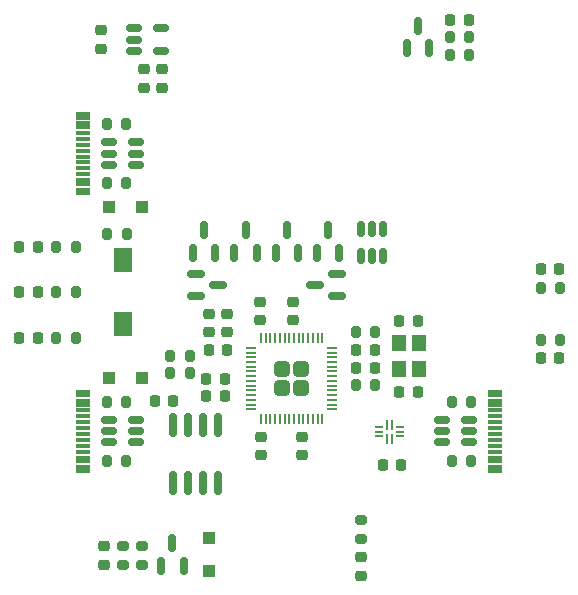
<source format=gtp>
G04 #@! TF.GenerationSoftware,KiCad,Pcbnew,(6.0.9)*
G04 #@! TF.CreationDate,2022-11-24T22:06:00+01:00*
G04 #@! TF.ProjectId,latte,6c617474-652e-46b6-9963-61645f706362,rev?*
G04 #@! TF.SameCoordinates,Original*
G04 #@! TF.FileFunction,Paste,Top*
G04 #@! TF.FilePolarity,Positive*
%FSLAX46Y46*%
G04 Gerber Fmt 4.6, Leading zero omitted, Abs format (unit mm)*
G04 Created by KiCad (PCBNEW (6.0.9)) date 2022-11-24 22:06:00*
%MOMM*%
%LPD*%
G01*
G04 APERTURE LIST*
G04 Aperture macros list*
%AMRoundRect*
0 Rectangle with rounded corners*
0 $1 Rounding radius*
0 $2 $3 $4 $5 $6 $7 $8 $9 X,Y pos of 4 corners*
0 Add a 4 corners polygon primitive as box body*
4,1,4,$2,$3,$4,$5,$6,$7,$8,$9,$2,$3,0*
0 Add four circle primitives for the rounded corners*
1,1,$1+$1,$2,$3*
1,1,$1+$1,$4,$5*
1,1,$1+$1,$6,$7*
1,1,$1+$1,$8,$9*
0 Add four rect primitives between the rounded corners*
20,1,$1+$1,$2,$3,$4,$5,0*
20,1,$1+$1,$4,$5,$6,$7,0*
20,1,$1+$1,$6,$7,$8,$9,0*
20,1,$1+$1,$8,$9,$2,$3,0*%
G04 Aperture macros list end*
%ADD10RoundRect,0.225000X0.250000X-0.225000X0.250000X0.225000X-0.250000X0.225000X-0.250000X-0.225000X0*%
%ADD11RoundRect,0.200000X0.200000X0.275000X-0.200000X0.275000X-0.200000X-0.275000X0.200000X-0.275000X0*%
%ADD12RoundRect,0.200000X-0.200000X-0.275000X0.200000X-0.275000X0.200000X0.275000X-0.200000X0.275000X0*%
%ADD13RoundRect,0.150000X0.150000X-0.587500X0.150000X0.587500X-0.150000X0.587500X-0.150000X-0.587500X0*%
%ADD14RoundRect,0.225000X-0.225000X-0.250000X0.225000X-0.250000X0.225000X0.250000X-0.225000X0.250000X0*%
%ADD15R,1.150000X0.300000*%
%ADD16RoundRect,0.225000X0.225000X0.250000X-0.225000X0.250000X-0.225000X-0.250000X0.225000X-0.250000X0*%
%ADD17R,1.100000X1.100000*%
%ADD18RoundRect,0.050000X-0.050000X0.350000X-0.050000X-0.350000X0.050000X-0.350000X0.050000X0.350000X0*%
%ADD19RoundRect,0.050000X-0.325000X0.050000X-0.325000X-0.050000X0.325000X-0.050000X0.325000X0.050000X0*%
%ADD20RoundRect,0.225000X-0.250000X0.225000X-0.250000X-0.225000X0.250000X-0.225000X0.250000X0.225000X0*%
%ADD21R,1.600000X2.000000*%
%ADD22RoundRect,0.218750X0.218750X0.256250X-0.218750X0.256250X-0.218750X-0.256250X0.218750X-0.256250X0*%
%ADD23RoundRect,0.150000X0.150000X-0.512500X0.150000X0.512500X-0.150000X0.512500X-0.150000X-0.512500X0*%
%ADD24RoundRect,0.150000X0.512500X0.150000X-0.512500X0.150000X-0.512500X-0.150000X0.512500X-0.150000X0*%
%ADD25RoundRect,0.150000X-0.512500X-0.150000X0.512500X-0.150000X0.512500X0.150000X-0.512500X0.150000X0*%
%ADD26RoundRect,0.200000X-0.275000X0.200000X-0.275000X-0.200000X0.275000X-0.200000X0.275000X0.200000X0*%
%ADD27RoundRect,0.218750X-0.256250X0.218750X-0.256250X-0.218750X0.256250X-0.218750X0.256250X0.218750X0*%
%ADD28RoundRect,0.150000X-0.587500X-0.150000X0.587500X-0.150000X0.587500X0.150000X-0.587500X0.150000X0*%
%ADD29RoundRect,0.249999X0.395001X-0.395001X0.395001X0.395001X-0.395001X0.395001X-0.395001X-0.395001X0*%
%ADD30RoundRect,0.050000X0.050000X-0.387500X0.050000X0.387500X-0.050000X0.387500X-0.050000X-0.387500X0*%
%ADD31RoundRect,0.050000X0.387500X-0.050000X0.387500X0.050000X-0.387500X0.050000X-0.387500X-0.050000X0*%
%ADD32RoundRect,0.218750X0.256250X-0.218750X0.256250X0.218750X-0.256250X0.218750X-0.256250X-0.218750X0*%
%ADD33R,1.200000X1.400000*%
%ADD34RoundRect,0.150000X0.150000X-0.825000X0.150000X0.825000X-0.150000X0.825000X-0.150000X-0.825000X0*%
%ADD35RoundRect,0.150000X0.587500X0.150000X-0.587500X0.150000X-0.587500X-0.150000X0.587500X-0.150000X0*%
G04 APERTURE END LIST*
D10*
X134850000Y-98375000D03*
X134850000Y-96825000D03*
D11*
X152725000Y-110250000D03*
X151075000Y-110250000D03*
X160225000Y-100000000D03*
X158575000Y-100000000D03*
D12*
X121875000Y-91100000D03*
X123525000Y-91100000D03*
D13*
X132650000Y-92637500D03*
X134550000Y-92637500D03*
X133600000Y-90762500D03*
D14*
X142975000Y-100900000D03*
X144525000Y-100900000D03*
D12*
X151075000Y-105250000D03*
X152725000Y-105250000D03*
X117557500Y-92137500D03*
X119207500Y-92137500D03*
D10*
X121362500Y-75375000D03*
X121362500Y-73825000D03*
D15*
X154730000Y-111100000D03*
X154730000Y-110300000D03*
X154730000Y-109000000D03*
X154730000Y-108000000D03*
X154730000Y-107500000D03*
X154730000Y-106500000D03*
X154730000Y-105200000D03*
X154730000Y-104400000D03*
X154730000Y-104700000D03*
X154730000Y-105500000D03*
X154730000Y-106000000D03*
X154730000Y-107000000D03*
X154730000Y-108500000D03*
X154730000Y-109500000D03*
X154730000Y-110000000D03*
X154730000Y-110800000D03*
D16*
X132025000Y-100850000D03*
X130475000Y-100850000D03*
D12*
X127230504Y-101349504D03*
X128880504Y-101349504D03*
D17*
X124810000Y-88750000D03*
X122010000Y-88750000D03*
D18*
X146000000Y-107200000D03*
X145600000Y-107200000D03*
D19*
X144925000Y-107400000D03*
X144925000Y-107800000D03*
X144925000Y-108200000D03*
D18*
X145600000Y-108400000D03*
X146000000Y-108400000D03*
D19*
X146675000Y-108200000D03*
X146675000Y-107800000D03*
X146675000Y-107400000D03*
D11*
X123485000Y-86750000D03*
X121835000Y-86750000D03*
D16*
X127475000Y-105200000D03*
X125925000Y-105200000D03*
D12*
X121835000Y-105250000D03*
X123485000Y-105250000D03*
D20*
X126562500Y-77125000D03*
X126562500Y-78675000D03*
D12*
X150875000Y-74400000D03*
X152525000Y-74400000D03*
X158575000Y-95600000D03*
X160225000Y-95600000D03*
D13*
X126450000Y-119137500D03*
X128350000Y-119137500D03*
X127400000Y-117262500D03*
D21*
X123200000Y-98700000D03*
X123200000Y-93300000D03*
D15*
X119830000Y-80900000D03*
X119830000Y-81700000D03*
X119830000Y-83000000D03*
X119830000Y-84000000D03*
X119830000Y-84500000D03*
X119830000Y-85500000D03*
X119830000Y-86800000D03*
X119830000Y-87600000D03*
X119830000Y-87300000D03*
X119830000Y-86500000D03*
X119830000Y-86000000D03*
X119830000Y-85000000D03*
X119830000Y-83500000D03*
X119830000Y-82500000D03*
X119830000Y-82000000D03*
X119830000Y-81200000D03*
D22*
X115987500Y-92137500D03*
X114412500Y-92137500D03*
D12*
X117557500Y-96000000D03*
X119207500Y-96000000D03*
X142925000Y-99400000D03*
X144575000Y-99400000D03*
D17*
X124810000Y-103250000D03*
X122010000Y-103250000D03*
D12*
X121835000Y-81750000D03*
X123485000Y-81750000D03*
D10*
X137600000Y-98375000D03*
X137600000Y-96825000D03*
D23*
X143350000Y-92937500D03*
X144300000Y-92937500D03*
X145250000Y-92937500D03*
X145250000Y-90662500D03*
X144300000Y-90662500D03*
X143350000Y-90662500D03*
D24*
X152537500Y-108700000D03*
X152537500Y-107750000D03*
X152537500Y-106800000D03*
X150262500Y-106800000D03*
X150262500Y-107750000D03*
X150262500Y-108700000D03*
D10*
X132000000Y-99375000D03*
X132000000Y-97825000D03*
D14*
X146625000Y-98400000D03*
X148175000Y-98400000D03*
D25*
X122022500Y-83300000D03*
X122022500Y-84250000D03*
X122022500Y-85200000D03*
X124297500Y-85200000D03*
X124297500Y-84250000D03*
X124297500Y-83300000D03*
D14*
X142975000Y-102400000D03*
X144525000Y-102400000D03*
D26*
X123200000Y-117475000D03*
X123200000Y-119125000D03*
D20*
X134900000Y-108225000D03*
X134900000Y-109775000D03*
D22*
X160167500Y-94000000D03*
X158592500Y-94000000D03*
D17*
X130500000Y-119600000D03*
X130500000Y-116800000D03*
D27*
X121600000Y-117512500D03*
X121600000Y-119087500D03*
D11*
X123485000Y-110250000D03*
X121835000Y-110250000D03*
D26*
X143400000Y-115275000D03*
X143400000Y-116925000D03*
D28*
X129362500Y-94450000D03*
X129362500Y-96350000D03*
X131237500Y-95400000D03*
D29*
X138300000Y-102500000D03*
X136700000Y-102500000D03*
X138300000Y-104100000D03*
X136700000Y-104100000D03*
D30*
X134900000Y-106737500D03*
X135300000Y-106737500D03*
X135700000Y-106737500D03*
X136100000Y-106737500D03*
X136500000Y-106737500D03*
X136900000Y-106737500D03*
X137300000Y-106737500D03*
X137700000Y-106737500D03*
X138100000Y-106737500D03*
X138500000Y-106737500D03*
X138900000Y-106737500D03*
X139300000Y-106737500D03*
X139700000Y-106737500D03*
X140100000Y-106737500D03*
D31*
X140937500Y-105900000D03*
X140937500Y-105500000D03*
X140937500Y-105100000D03*
X140937500Y-104700000D03*
X140937500Y-104300000D03*
X140937500Y-103900000D03*
X140937500Y-103500000D03*
X140937500Y-103100000D03*
X140937500Y-102700000D03*
X140937500Y-102300000D03*
X140937500Y-101900000D03*
X140937500Y-101500000D03*
X140937500Y-101100000D03*
X140937500Y-100700000D03*
D30*
X140100000Y-99862500D03*
X139700000Y-99862500D03*
X139300000Y-99862500D03*
X138900000Y-99862500D03*
X138500000Y-99862500D03*
X138100000Y-99862500D03*
X137700000Y-99862500D03*
X137300000Y-99862500D03*
X136900000Y-99862500D03*
X136500000Y-99862500D03*
X136100000Y-99862500D03*
X135700000Y-99862500D03*
X135300000Y-99862500D03*
X134900000Y-99862500D03*
D31*
X134062500Y-100700000D03*
X134062500Y-101100000D03*
X134062500Y-101500000D03*
X134062500Y-101900000D03*
X134062500Y-102300000D03*
X134062500Y-102700000D03*
X134062500Y-103100000D03*
X134062500Y-103500000D03*
X134062500Y-103900000D03*
X134062500Y-104300000D03*
X134062500Y-104700000D03*
X134062500Y-105100000D03*
X134062500Y-105500000D03*
X134062500Y-105900000D03*
D13*
X139650000Y-92637500D03*
X141550000Y-92637500D03*
X140600000Y-90762500D03*
D22*
X115987500Y-96000000D03*
X114412500Y-96000000D03*
D20*
X124962500Y-77125000D03*
X124962500Y-78675000D03*
D10*
X130500000Y-99375000D03*
X130500000Y-97825000D03*
D16*
X131825000Y-104800000D03*
X130275000Y-104800000D03*
D32*
X143400000Y-119987500D03*
X143400000Y-118412500D03*
D12*
X117557500Y-99862500D03*
X119207500Y-99862500D03*
D14*
X145225000Y-110600000D03*
X146775000Y-110600000D03*
D13*
X147250000Y-75337500D03*
X149150000Y-75337500D03*
X148200000Y-73462500D03*
D25*
X122022500Y-106800000D03*
X122022500Y-107750000D03*
X122022500Y-108700000D03*
X124297500Y-108700000D03*
X124297500Y-107750000D03*
X124297500Y-106800000D03*
D33*
X148250000Y-102500000D03*
X148250000Y-100300000D03*
X146550000Y-100300000D03*
X146550000Y-102500000D03*
D13*
X129150000Y-92637500D03*
X131050000Y-92637500D03*
X130100000Y-90762500D03*
D26*
X124800000Y-117475000D03*
X124800000Y-119125000D03*
D14*
X150925000Y-72900000D03*
X152475000Y-72900000D03*
D34*
X127495000Y-112175000D03*
X128765000Y-112175000D03*
X130035000Y-112175000D03*
X131305000Y-112175000D03*
X131305000Y-107225000D03*
X130035000Y-107225000D03*
X128765000Y-107225000D03*
X127495000Y-107225000D03*
D16*
X131825000Y-103300000D03*
X130275000Y-103300000D03*
D13*
X136150000Y-92637500D03*
X138050000Y-92637500D03*
X137100000Y-90762500D03*
D14*
X146625000Y-104400000D03*
X148175000Y-104400000D03*
D20*
X138350000Y-108225000D03*
X138350000Y-109775000D03*
D22*
X160167500Y-101600000D03*
X158592500Y-101600000D03*
D15*
X119830000Y-104400000D03*
X119830000Y-105200000D03*
X119830000Y-106500000D03*
X119830000Y-107500000D03*
X119830000Y-108000000D03*
X119830000Y-109000000D03*
X119830000Y-110300000D03*
X119830000Y-111100000D03*
X119830000Y-110800000D03*
X119830000Y-110000000D03*
X119830000Y-109500000D03*
X119830000Y-108500000D03*
X119830000Y-107000000D03*
X119830000Y-106000000D03*
X119830000Y-105500000D03*
X119830000Y-104700000D03*
D35*
X141337500Y-96350000D03*
X141337500Y-94450000D03*
X139462500Y-95400000D03*
D11*
X152525000Y-75900000D03*
X150875000Y-75900000D03*
D25*
X124125000Y-73650000D03*
X124125000Y-74600000D03*
X124125000Y-75550000D03*
X126400000Y-75550000D03*
X126400000Y-73650000D03*
D12*
X127230504Y-102849504D03*
X128880504Y-102849504D03*
D11*
X144575000Y-103850000D03*
X142925000Y-103850000D03*
D22*
X115987500Y-99862500D03*
X114412500Y-99862500D03*
M02*

</source>
